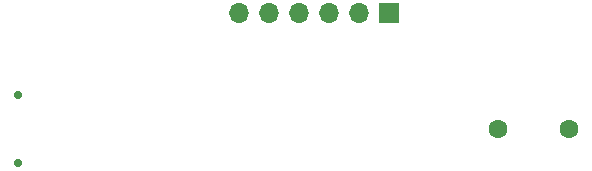
<source format=gbr>
%TF.GenerationSoftware,KiCad,Pcbnew,(6.0.7)*%
%TF.CreationDate,2023-10-13T17:42:20-04:00*%
%TF.ProjectId,microkfd,6d696372-6f6b-4666-942e-6b696361645f,A.1*%
%TF.SameCoordinates,Original*%
%TF.FileFunction,Soldermask,Bot*%
%TF.FilePolarity,Negative*%
%FSLAX46Y46*%
G04 Gerber Fmt 4.6, Leading zero omitted, Abs format (unit mm)*
G04 Created by KiCad (PCBNEW (6.0.7)) date 2023-10-13 17:42:20*
%MOMM*%
%LPD*%
G01*
G04 APERTURE LIST*
%ADD10C,0.700000*%
%ADD11C,1.600000*%
%ADD12R,1.700000X1.700000*%
%ADD13O,1.700000X1.700000*%
G04 APERTURE END LIST*
D10*
%TO.C,J1*%
X98617500Y-97110000D03*
X98617500Y-102890000D03*
%TD*%
D11*
%TO.C,J3*%
X139250000Y-100000000D03*
X145250000Y-100000000D03*
%TD*%
D12*
%TO.C,J2*%
X130000000Y-90250000D03*
D13*
X127460000Y-90250000D03*
X124920000Y-90250000D03*
X122380000Y-90250000D03*
X119840000Y-90250000D03*
X117300000Y-90250000D03*
%TD*%
M02*

</source>
